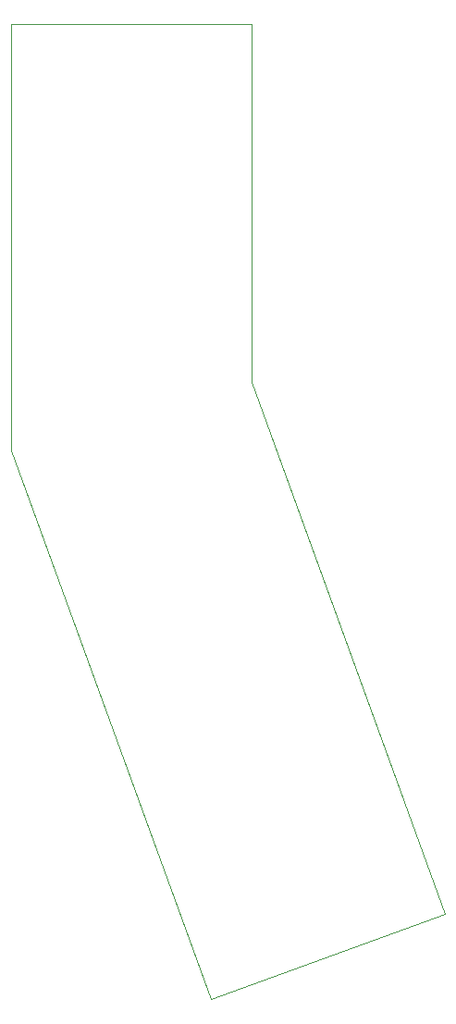
<source format=gbr>
%TF.GenerationSoftware,KiCad,Pcbnew,8.0.3*%
%TF.CreationDate,2024-06-29T11:18:24+02:00*%
%TF.ProjectId,adapter 8913-8910 Angle R,61646170-7465-4722-9038-3931332d3839,rev?*%
%TF.SameCoordinates,Original*%
%TF.FileFunction,Profile,NP*%
%FSLAX46Y46*%
G04 Gerber Fmt 4.6, Leading zero omitted, Abs format (unit mm)*
G04 Created by KiCad (PCBNEW 8.0.3) date 2024-06-29 11:18:24*
%MOMM*%
%LPD*%
G01*
G04 APERTURE LIST*
%TA.AperFunction,Profile*%
%ADD10C,0.050000*%
%TD*%
G04 APERTURE END LIST*
D10*
X128400000Y-112300000D02*
X110108840Y-62039551D01*
X110108840Y-62039551D02*
X110108840Y-23039551D01*
X110108840Y-23039551D02*
X132108840Y-23039551D01*
X149800000Y-104500000D02*
X132108840Y-55789551D01*
X132108840Y-23039551D02*
X132108840Y-55789551D01*
X128400000Y-112300000D02*
X149800000Y-104500000D01*
M02*

</source>
